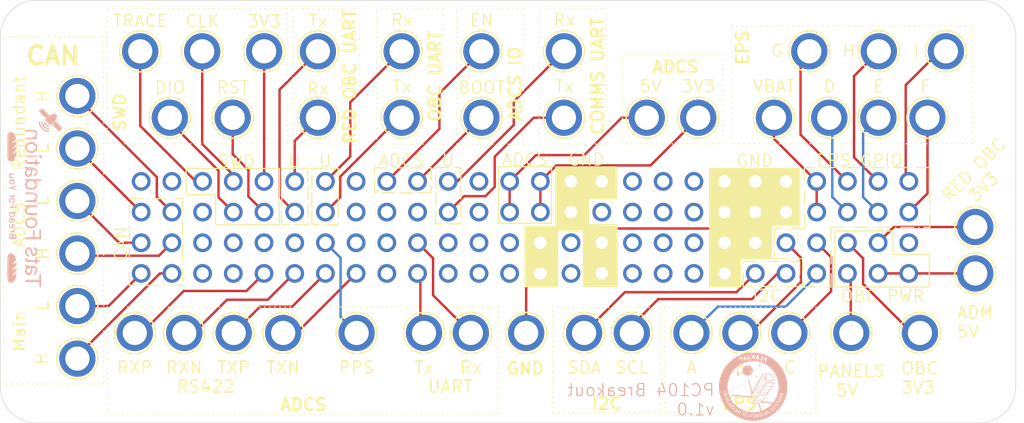
<source format=kicad_pcb>
(kicad_pcb (version 20240108) (generator "pcbnew") (generator_version "8.0")
  (layers (0 "F.Cu" signal) (31 "B.Cu" signal) (34 "B.Paste" user) (35 "F.Paste" user) (36 "B.SilkS" user "B.Silkscreen") (37 "F.SilkS" user "F.Silkscreen") (38 "B.Mask" user) (39 "F.Mask" user) (44 "Edge.Cuts" user))
  (net 0 "")
  (net 1 "/ADCS_UART_TX")
  (net 2 "/ADCS_PPS")
  (net 7 "/ADCS_CAN_L")
  (net 10 "GND")
  (net 12 "/EPS_GPIO_C")
  (net 16 "/CANL_A")
  (net 17 "/ADCS_RS422_RX_P")
  (net 18 "/I2C_SDA")
  (net 20 "/EPS_GPIO_B")
  (net 25 "/I2C_SCL")
  (net 28 "/ADCS_RS422_RX_N")
  (net 29 "/ADCS_RS422_TX_P")
  (net 31 "/OBC_5V_ADM")
  (net 33 "/3V3_RED_OBC")
  (net 34 "/ADCS_UART_RX")
  (net 36 "/3V3_OBC")
  (net 37 "/OBC_5V_PANELS")
  (net 39 "/ADCS_CAN_H")
  (net 41 "/EPS_GPIO_A")
  (net 42 "/CANH_A")
  (net 45 "/ADCS_RS422_TX_N")
  (net 46 "/COMMS_3V3_REF")
  (net 47 "/COMMS_SWCLK")
  (net 49 "/EPS_GPIO_D")
  (net 51 "/OBC_Rx")
  (net 52 "/ADCS_ENABLE")
  (net 53 "/ADCS_5V")
  (net 56 "/EPS_VBAT")
  (net 57 "/OBC_Tx")
  (net 59 "/EPS_GPIO_H")
  (net 60 "/RED_OBC_Tx")
  (net 62 "/EPS_GPIO_E")
  (net 63 "/RED_OBC_Rx")
  (net 64 "/COMMS_RST")
  (net 65 "/CANH_B")
  (net 66 "/COMMS_Tx")
  (net 69 "/ADCS_3V3")
  (net 71 "/EPS_GPIO_F")
  (net 74 "/ADCS_BOOT")
  (net 75 "/COMMS_SWOTRACE")
  (net 78 "/CANL_B")
  (net 79 "/EPS_GPIO_G")
  (net 82 "/COMMS_SWD")
  (net 83 "/COMMS_Rx")
  (net 84 "/EPS_GPIO_I")
  (footprint "TestPoint:TestPoint_Plated_Hole_D2.0mm" (layer "F.Cu") (at 168.625 75.2)
    (property "Reference" "TP36" (hide yes))
    (property "Value" "TestPoint")
  )
  (footprint "TestPoint:TestPoint_Plated_Hole_D2.0mm" (layer "F.Cu") (at 114.25 56.8)
    (property "Reference" "TP23" (hide yes))
    (property "Value" "TestPoint")
  )
  (footprint "TestPoint:TestPoint_Plated_Hole_D2.0mm" (layer "F.Cu") (at 104.675 56.8)
    (property "Reference" "TP2" (hide yes))
    (property "Value" "TestPoint")
  )
  (footprint "TestPoint:TestPoint_Plated_Hole_D2.0mm" (layer "F.Cu") (at 141.45 62.3)
    (property "Reference" "TP9" (hide yes))
    (property "Value" "TestPoint")
  )
  (footprint "TestPoint:TestPoint_Plated_Hole_D2.0mm" (layer "F.Cu") (at 164.675 62.3)
    (property "Reference" "TP15" (hide yes))
    (property "Value" "TestPoint")
  )
  (footprint "TestPoint:TestPoint_Plated_Hole_D2.0mm" (layer "F.Cu") (at 94.35 73.55)
    (property "Reference" "TP29" (hide yes))
    (property "Value" "TestPoint")
  )
  (footprint "TestPoint:TestPoint_Plated_Hole_D2.0mm" (layer "F.Cu") (at 99.1 80.125)
    (property "Reference" "TP45" (hide yes))
    (property "Value" "TestPoint")
  )
  (footprint "TestPoint:TestPoint_Plated_Hole_D2.0mm" (layer "F.Cu") (at 126.9 80.125)
    (property "Reference" "TP31" (hide yes))
    (property "Value" "TestPoint")
  )
  (footprint "TestPoint:TestPoint_Plated_Hole_D2.0mm" (layer "F.Cu") (at 153.25 80.125)
    (property "Reference" "TP33" (hide yes))
    (property "Value" "TestPoint")
  )
  (footprint "TestPoint:TestPoint_Plated_Hole_D2.0mm" (layer "F.Cu") (at 166.2 56.8)
    (property "Reference" "TP14" (hide yes))
    (property "Value" "TestPoint")
  )
  (footprint "TestPoint:TestPoint_Plated_Hole_D2.0mm" (layer "F.Cu") (at 103.191666 80.125)
    (property "Reference" "TP44" (hide yes))
    (property "Value" "TestPoint")
  )
  (footprint "TestPoint:TestPoint_Plated_Hole_D2.0mm" (layer "F.Cu") (at 114.25 62.3)
    (property "Reference" "TP4" (hide yes))
    (property "Value" "TestPoint")
  )
  (footprint "TestPoint:TestPoint_Plated_Hole_D2.0mm" (layer "F.Cu") (at 127.775 56.8)
    (property "Reference" "TP6" (hide yes))
    (property "Value" "TestPoint")
  )
  (footprint "TestPoint:TestPoint_Plated_Hole_D2.0mm" (layer "F.Cu") (at 111.375 80.125)
    (property "Reference" "TP42" (hide yes))
    (property "Value" "TestPoint")
  )
  (footprint "TestPoint:TestPoint_Plated_Hole_D2.0mm" (layer "F.Cu") (at 117.45 80.125)
    (property "Reference" "TP30" (hide yes))
    (property "Value" "TestPoint")
  )
  (footprint "TestPoint:TestPoint_Plated_Hole_D2.0mm" (layer "F.Cu") (at 94.35 69.2)
    (property "Reference" "TP28" (hide yes))
    (property "Value" "TestPoint")
  )
  (footprint "TestPoint:TestPoint_Plated_Hole_D2.0mm" (layer "F.Cu") (at 160.6125 62.3)
    (property "Reference" "TP16" (hide yes))
    (property "Value" "TestPoint")
  )
  (footprint "TestPoint:TestPoint_Plated_Hole_D2.0mm" (layer "F.Cu") (at 145.7125 62.3)
    (property "Reference" "TP10" (hide yes))
    (property "Value" "TestPoint")
  )
  (footprint "TestPoint:TestPoint_Plated_Hole_D2.0mm" (layer "F.Cu") (at 94.35 77.9)
    (property "Reference" "TP47" (hide yes))
    (property "Value" "TestPoint")
  )
  (footprint "TestPoint:TestPoint_Plated_Hole_D2.0mm" (layer "F.Cu") (at 94.35 60.5)
    (property "Reference" "TP26" (hide yes))
    (property "Value" "TestPoint")
  )
  (footprint "TestPoint:TestPoint_Plated_Hole_D2.0mm" (layer "F.Cu") (at 140.218452 80.125)
    (property "Reference" "TP39" (hide yes))
    (property "Value" "TestPoint")
  )
  (footprint "TestPoint:TestPoint_Plated_Hole_D2.0mm" (layer "F.Cu") (at 109.8 56.8)
    (property "Reference" "TP3" (hide yes))
    (property "Value" "TestPoint")
  )
  (footprint "TestPoint:TestPoint_Plated_Hole_D2.0mm" (layer "F.Cu") (at 145.15 80.125)
    (property "Reference" "TP38" (hide yes))
    (property "Value" "TestPoint")
  )
  (footprint "TestPoint:TestPoint_Plated_Hole_D2.0mm" (layer "F.Cu") (at 127.775 62.3)
    (property "Reference" "TP7" (hide yes))
    (property "Value" "TestPoint")
  )
  (footprint "TestPoint:TestPoint_Plated_Hole_D2.0mm" (layer "F.Cu") (at 134.6 62.3)
    (property "Reference" "TP21" (hide yes))
    (property "Value" "TestPoint")
  )
  (footprint "TestPoint:TestPoint_Plated_Hole_D2.0mm" (layer "F.Cu") (at 136.268452 80.125)
    (property "Reference" "TP40" (hide yes))
    (property "Value" "TestPoint")
  )
  (footprint "TestPoint:TestPoint_Plated_Hole_D2.0mm" (layer "F.Cu") (at 134.6 56.8)
    (property "Reference" "TP8" (hide yes))
    (property "Value" "TestPoint")
  )
  (footprint "TestPoint:TestPoint_Plated_Hole_D2.0mm" (layer "F.Cu") (at 164.05 80.125)
    (property "Reference" "TP34" (hide yes))
    (property "Value" "TestPoint")
  )
  (footprint "SamacSys_Parts:SSQ-126-XX-YYY-D" (layer "F.Cu") (at 99.63 67.575 180)
    (property "Reference" "J2" (hide yes))
    (property "Value" "SSQ-126-03-G-D" (hide yes))
  )
  (footprint "TestPoint:TestPoint_Plated_Hole_D2.0mm" (layer "F.Cu") (at 151.975 62.3)
    (property "Reference" "TP18" (hide yes))
    (property "Value" "TestPoint")
  )
  (footprint "TestPoint:TestPoint_Plated_Hole_D2.0mm" (layer "F.Cu") (at 94.35 82.25)
    (property "Reference" "TP46" (hide yes))
    (property "Value" "TestPoint")
  )
  (footprint "TestPoint:TestPoint_Plated_Hole_D2.0mm" (layer "F.Cu") (at 107.283332 80.125)
    (property "Reference" "TP43" (hide yes))
    (property "Value" "TestPoint")
  )
  (footprint "TestPoint:TestPoint_Plated_Hole_D2.0mm" (layer "F.Cu") (at 121.175 62.3)
    (property "Reference" "TP22" (hide yes))
    (property "Value" "TestPoint")
  )
  (footprint "TestPoint:TestPoint_Plated_Hole_D2.0mm" (layer "F.Cu") (at 102 62.3)
    (property "Reference" "TP25" (hide yes))
    (property "Value" "TestPoint")
  )
  (footprint "TestPoint:TestPoint_Plated_Hole_D2.0mm" (layer "F.Cu") (at 107.2 62.3)
    (property "Reference" "TP24" (hide yes))
    (property "Value" "TestPoint")
  )
  (footprint "TestPoint:TestPoint_Plated_Hole_D2.0mm" (layer "F.Cu") (at 158.375 80.125)
    (property "Reference" "TP37" (hide yes))
    (property "Value" "TestPoint")
  )
  (footprint "TestPoint:TestPoint_Plated_Hole_D2.0mm" (layer "F.Cu") (at 94.35 64.85)
    (property "Reference" "TP27" (hide yes))
    (property "Value" "TestPoint" (hide yes))
  )
  (footprint "TestPoint:TestPoint_Plated_Hole_D2.0mm" (layer "F.Cu") (at 123.025 80.125)
    (property "Reference" "TP41" (hide yes))
    (property "Value" "TestPoint")
  )
  (footprint "TestPoint:TestPoint_Plated_Hole_D2.0mm" (layer "F.Cu") (at 156.55 62.3)
    (property "Reference" "TP17" (hide yes))
    (property "Value" "TestPoint")
  )
  (footprint "TestPoint:TestPoint_Plated_Hole_D2.0mm" (layer "F.Cu") (at 99.55 56.8)
    (property "Reference" "TP1" (hide yes))
    (property "Value" "TestPoint")
  )
  (footprint "TestPoint:TestPoint_Plated_Hole_D2.0mm" (layer "F.Cu") (at 121.175 56.8)
    (property "Reference" "TP5" (hide yes))
    (property "Value" "TestPoint")
  )
  (footprint "TestPoint:TestPoint_Plated_Hole_D2.0mm" (layer "F.Cu") (at 168.625 71.35)
    (property "Reference" "TP35" (hide yes))
    (property "Value" "TestPoint" (hide yes))
  )
  (footprint "TestPoint:TestPoint_Plated_Hole_D2.0mm" (layer "F.Cu") (at 131.475 80.125)
    (property "Reference" "TP11" (hide yes))
    (property "Value" "TestPoint")
  )
  (footprint "SamacSys_Parts:SSQ-126-XX-YYY-D" (layer "F.Cu") (at 99.63 72.655 180)
    (property "Reference" "J1" (hide yes))
    (property "Value" "SSQ-126-03-G-D" (hide yes))
  )
  (footprint "TestPoint:TestPoint_Plated_Hole_D2.0mm" (layer "F.Cu") (at 154.9 56.8)
    (property "Reference" "TP12" (hide yes))
    (property "Value" "TestPoint")
  )
  (footprint "TestPoint:TestPoint_Plated_Hole_D2.0mm" (layer "F.Cu") (at 160.65 56.8)
    (property "Reference" "TP13" (hide yes))
    (property "Value" "TestPoint")
  )
  (footprint "TestPoint:TestPoint_Plated_Hole_D2.0mm" (layer "F.Cu") (at 149.2 80.125)
    (property "Reference" "TP32" (hide yes))
    (property "Value" "TestPoint")
  )
  (footprint "LOGO" (layer "B.Cu") (at 150.214333 84.565388 180)
    (property "Reference" "G***" (hide yes))
    (property "Value" "LOGO" (hide yes))
  )
  (footprint "LOGO" (layer "B.Cu") (at 90.877139 69.067625 90)
    (property "Reference" "G***" (hide yes))
    (property "Value" "LOGO" (hide yes))
  )
  (gr_rect (start 124 66.4125) (end 126.075 71.0875) (stroke (width 0.1) (type dash)) (fill none) (layer "F.SilkS"))
  (gr_rect (start 125.75 53.3125) (end 131.25 64.4875) (stroke (width 0.1) (type dot)) (fill none) (layer "F.SilkS"))
  (gr_line (start 103.35 68.675) (end 105.775 68.675) (stroke (width 0.1)) (layer "F.SilkS"))
  (gr_rect (start 96.825 77.9625) (end 129.15 86.8625) (stroke (width 0.1) (type dot)) (fill none) (layer "F.SilkS"))
  (gr_rect (start 148.475 54.7) (end 168.4 64.45) (stroke (width 0.1) (type dot)) (fill none) (layer "F.SilkS"))
  (gr_line (start 111.05 66.5) (end 111.05 69.15) (stroke (width 0.1)) (layer "F.SilkS"))
  (gr_rect (start 88.25 55.6) (end 96.525 84.35) (stroke (width 0.1) (type dot)) (fill none) (layer "F.SilkS"))
  (gr_poly (pts (xy 157 71.675) (xy 161.825 71.675) (xy 161.825 73.625) (xy 164.825 73.625) (xy 164.825 76.325) (xy 157 76.325)) (stroke (width 0.1)) (fill none) (layer "F.SilkS"))
  (gr_rect (start 98.65 69) (end 103.05 76.175) (stroke (width 0.1) (type dash_dot)) (fill none) (layer "F.SilkS"))
  (gr_rect (start 142.9 78) (end 155.45 86.725) (stroke (width 0.1) (type dot)) (fill none) (layer "F.SilkS"))
  (gr_line (start 103.35 66.5) (end 108.425 66.5) (stroke (width 0.1)) (layer "F.SilkS"))
  (gr_rect (start 113.75 66.4875) (end 115.925 71.1625) (stroke (width 0.1) (type dash)) (fill none) (layer "F.SilkS"))
  (gr_rect (start 96.825 53.275) (end 111.725 64.45) (stroke (width 0.1) (type dot)) (fill none) (layer "F.SilkS"))
  (gr_line (start 111.05 66.5) (end 108.425 66.5) (stroke (width 0.1)) (layer "F.SilkS"))
  (gr_poly (pts (xy 146.65 76.3) (xy 149.225 76.3) (xy 149.225 73.95) (xy 151.775 73.95) (xy 151.775 71.25) (xy 154.1 71.25) (xy 154.1 66.5) (xy 146.65 66.5)) (stroke (width 0.1)) (fill solid) (layer "F.SilkS"))
  (gr_line (start 105.775 68.675) (end 105.775 71.175) (stroke (width 0.1)) (layer "F.SilkS"))
  (gr_poly (pts (xy 152.025 71.5) (xy 152.025 73.975) (xy 154.35 73.975) (xy 154.35 76.325) (xy 156.7 76.325) (xy 156.7 71.375) (xy 164.875 71.375) (xy 164.875 66.425) (xy 154.5 66.425) (xy 154.5 71.5)) (stroke (width 0.1) (type dash_dot)) (fill solid) (layer "F.SilkS"))
  (gr_rect (start 118.9375 66.45) (end 123.6125 68.525) (stroke (width 0.1) (type dash)) (fill none) (layer "F.SilkS"))
  (gr_poly (pts (xy 131.375 71.275) (xy 131.375 76.3) (xy 134.075 76.325) (xy 134.075 71.65) (xy 136.225 71.675) (xy 136.2 76.275) (xy 139.025 76.275) (xy 139 71.175) (xy 136.625 71.15) (xy 136.65 69) (xy 138.95 69) (xy 138.925 66.375) (xy 133.925 66.375) (xy 133.925 71.275)) (stroke (width 0.1)) (fill solid) (layer "F.SilkS"))
  (gr_rect (start 112.2 53.2875) (end 117.7 64.4625) (stroke (width 0.1) (type dot)) (fill none) (layer "F.SilkS"))
  (gr_rect (start 132.575 53.3) (end 138.075 64.475) (stroke (width 0.1) (type dot)) (fill none) (layer "F.SilkS"))
  (gr_rect (start 119.125 53.3125) (end 124.625 64.4875) (stroke (width 0.1) (type dot)) (fill none) (layer "F.SilkS"))
  (gr_rect (start 129.175 66.3625) (end 133.575 71.0375) (stroke (width 0.1)) (fill none) (layer "F.SilkS"))
  (gr_line (start 105.775 71.175) (end 111.05 71.175) (stroke (width 0.1)) (layer "F.SilkS"))
  (gr_rect (start 133.668452 78.025) (end 142.568452 86.725) (stroke (width 0.1) (type dot)) (fill none) (layer "F.SilkS"))
  (gr_rect (start 111.25 66.4875) (end 113.425 71.1625) (stroke (width 0.1) (type dash)) (fill none) (layer "F.SilkS"))
  (gr_line (start 103.35 66.5) (end 103.35 68.675) (stroke (width 0.1)) (layer "F.SilkS"))
  (gr_line (start 111.05 71.175) (end 111.05 69.15) (stroke (width 0.1)) (layer "F.SilkS"))
  (gr_rect (start 149.425 74.2) (end 154.1 76.275) (stroke (width 0.1) (type dash_dot)) (fill none) (layer "F.SilkS"))
  (gr_rect (start 139.425 57.0625) (end 147.775 64.4625) (stroke (width 0.1) (type dot)) (fill none) (layer "F.SilkS"))
  (gr_line (start 168.975 87.575) (end 90.975 87.575) (stroke (width 0.05)) (layer "Edge.Cuts"))
  (gr_arc (start 90.975 87.575) (mid 88.85368 86.69632) (end 87.975 84.575) (stroke (width 0.05)) (layer "Edge.Cuts"))
  (gr_arc (start 171.975 84.575) (mid 171.09632 86.69632) (end 168.975 87.575) (stroke (width 0.05)) (layer "Edge.Cuts"))
  (gr_line (start 87.975 84.575) (end 87.975 55.575) (stroke (width 0.05)) (layer "Edge.Cuts"))
  (gr_line (start 90.975 52.575) (end 168.975 52.575) (stroke (width 0.05)) (layer "Edge.Cuts"))
  (gr_line (start 171.975 55.575) (end 171.975 84.575) (stroke (width 0.05)) (layer "Edge.Cuts"))
  (gr_arc (start 168.975 52.575) (mid 171.09632 53.45368) (end 171.975 55.575) (stroke (width 0.05)) (layer "Edge.Cuts"))
  (gr_arc (start 87.975 55.575) (mid 88.85368 53.45368) (end 90.975 52.575) (stroke (width 0.05)) (layer "Edge.Cuts"))
  (gr_text "PC104 Breakout \nv1.0" (at 147.125 87.05 0) (layer "B.SilkS") (effects (font (size 1 1) (thickness 0.1)) (justify left bottom mirror)))
  (gr_text "ADCS\n" (at 90.1 73.15 90) (layer "F.SilkS") (effects (font (size 1 1) (thickness 0.125)) (justify left bottom)))
  (gr_text "SDA" (at 134.77619 83.575 0) (layer "F.SilkS") (effects (font (size 1 1) (thickness 0.125)) (justify left bottom)))
  (gr_text "L" (at 92.05 69.692262 90) (layer "F.SilkS") (effects (font (size 1 1) (thickness 0.125)) (justify left bottom)))
  (gr_text "ADCS IO" (at 131.15 62.675 90) (layer "F.SilkS") (effects (font (size 1 1) (thickness 0.2) (bold yes)) (justify left bottom)))
  (gr_text "Tx" (at 113.414286 54.875 0) (layer "F.SilkS") (effects (font (size 1 1) (thickness 0.1)) (justify left bottom)))
  (gr_text "U" (at 111.7 66.4875 0) (layer "F.SilkS") (effects (font (size 1 1) (thickness 0.1)) (justify left bottom)))
  (gr_text "G" (at 151.675 57.3395 0) (layer "F.SilkS") (effects (font (size 1 1) (thickness 0.1)) (justify left bottom)))
  (gr_text "PANELS\n  5V" (at 155.501786 85.475 0) (layer "F.SilkS") (effects (font (size 1 1) (thickness 0.125)) (justify left bottom)))
  (gr_text "VBAT" (at 150.186905 60.2875 0) (layer "F.SilkS") (effects (font (size 1 1) (thickness 0.1)) (justify left bottom)))
  (gr_text "F" (at 164 60.2875 0) (layer "F.SilkS") (effects (font (size 1 1) (thickness 0.1)) (justify left bottom)))
  (gr_text "CLK" (at 103.220238 54.9 0) (layer "F.SilkS") (effects (font (size 1 1) (thickness 0.1)) (justify left bottom)))
  (gr_text "C" (at 152.7 83.543875 0) (layer "F.SilkS") (effects (font (size 1 1) (thickness 0.1)) (justify left bottom)))
  (gr_text "GND" (at 134.85 66.35 0) (layer "F.SilkS") (effects (font (size 1 1) (thickness 0.1)) (justify left bottom)))
  (gr_text "L" (at 92.05 65.342262 90) (layer "F.SilkS") (effects (font (size 1 1) (thickness 0.125)) (justify left bottom)))
  (gr_text "Rx" (at 133.670238 54.7875 0) (layer "F.SilkS") (effects (font (size 1 1) (thickness 0.1)) (justify left bottom)))
  (gr_text "PPS" (at 115.88631 83.575 0) (layer "F.SilkS") (effects (font (size 1 1) (thickness 0.125)) (justify left bottom)))
  (gr_text "B" (at 148.65 83.543875 0) (layer "F.SilkS") (effects (font (size 1 1) (thickness 0.1)) (justify left bottom)))
  (gr_text "H" (at 92.05 74.16131 90) (layer "F.SilkS") (effects (font (size 1 1) (thickness 0.125)) (justify left bottom)))
  (gr_text "Tx" (at 120.339286 60.3 0) (layer "F.SilkS") (effects (font (size 1 1) (thickness 0.1)) (justify left bottom)))
  (gr_text "ADCS" (at 119.2 66.425 0) (layer "F.SilkS") (effects (font (size 1 1) (thickness 0.1)) (justify left bottom)))
  (gr_text "Main" (at 90.125 81.775 90) (layer "F.SilkS") (effects (font (size 1 1) (thickness 0.125)) (justify left bottom)))
  (gr_text "I2C" (at 136.818452 86.55 0) (layer "F.SilkS") (effects (font (size 1 1) (thickness 0.2) (bold yes)) (justify left bottom)))
  (gr_text "CAN" (at 89.95 58.05 0) (layer "F.SilkS") (effects (font (size 1.5 1.5) (thickness 0.3) (bold yes)) (justify left bottom)))
  (gr_text "E" (at 160.110119 60.2875 0) (layer "F.SilkS") (effects (font (size 1 1) (thickness 0.1)) (justify left bottom)))
  (gr_text "SWD" (at 98.45 63.525 90) (layer "F.SilkS") (effects (font (size 1 1) (thickness 0.2) (bold yes)) (justify left bottom)))
  (gr_text "SCL" (at 138.75 83.575 0) (layer "F.SilkS") (effects (font (size 1 1) (thickness 0.125)) (justify left bottom)))
  (gr_text "DIO" (at 100.688096 60.375 0) (layer "F.SilkS") (effects (font (size 1 1) (thickness 0.1)) (justify left bottom)))
  (gr_text "RXN" (at 101.604166 83.575 0) (layer "F.SilkS") (effects (font (size 1 1) (thickness 0.125)) (justify left bottom)))
  (gr_text "H" (at 157.575 57.3395 0) (layer "F.SilkS") (effects (font (size 1 1) (thickness 0.1)) (justify left bottom)))
  (gr_text "EPS" (at 149.975 58.05 90) (layer "F.SilkS") (effects (font (size 1 1) (thickness 0.2) (bold yes)) (justify left bottom)))
  (gr_text "BOOT" (at 125.796429 60.375 0) (layer "F.SilkS") (effects (font (size 1 1) (thickness 0.1)) (justify left bottom)))
  (gr_text "Redundant" (at 90.1 66.75 90) (layer "F.SilkS") (effects (font (size 1 1) (thickness 0.125)) (justify left bottom)))
  (gr_text "Rx" (at 120.220238 54.8 0) (layer "F.SilkS") (effects (font (size 1 1) (thickness 0.1)) (justify left bottom)))
  (gr_text "L" (at 92.05 78.405952 90) (layer "F.SilkS") (effects (font (size 1 1) (thickness 0.125)) (justify left bottom)))
  (gr_text "D" (at 156 60.2875 0) (layer "F.SilkS") (effects (font (size 1 1) (thickness 0.1)) (justify left bottom)))
  (gr_text "EPS" (at 147.571429 86.55 0) (layer "F.SilkS") (effects (font (size 1 1) (thickness 0.2) (bold yes)) (justify left bottom)))
  (gr_text "Tx" (at 122.151786 83.575 0) (layer "F.SilkS") (effects (font (size 1 1) (thickness 0.125)) (justify left bottom)))
  (gr_text "ADCS" (at 141.8 58.675 0) (layer "F.SilkS") (effects (font (size 1 1) (thickness 0.2) (bold yes)) (justify left bottom)))
  (gr_text "UART" (at 123.275 85.15 0) (layer "F.SilkS") (effects (font (size 1 1) (thickness 0.125)) (justify left bottom)))
  (gr_text "CAN" (at 98.55 74.275 90) (layer "F.SilkS") (effects (font (size 1 1) (thickness 0.1)) (justify left bottom)))
  (gr_text "5V" (at 140.8 60.2875 0) (layer "F.SilkS") (effects (font (size 1 1) (thickness 0.1)) (justify left bottom)))
  (gr_text "3V3" (at 108.369048 54.9 0) (layer "F.SilkS") (effects (font (size 1 1) (thickness 0.1)) (justify left bottom)))
  (gr_text "I" (at 163.45 57.35 0) (layer "F.SilkS") (effects (font (size 1 1) (thickness 0.1)) (justify left bottom)))
  (gr_text "TRACE" (at 97.238095 54.85 0) (layer "F.SilkS") (effects (font (size 1 1) (thickness 0.1)) (justify left bottom)))
  (gr_text "GND" (at 148.8 66.45 0) (layer "F.SilkS") (effects (font (size 1 1) (thickness 0.1)) (justify left bottom)))
  (gr_text "EPS GPIO" (at 155.425 66.425 0) (layer "F.SilkS") (effects (font (size 1 1) (thickness 0.1)) (justify left bottom)))
  (gr_text "ADM\n5V" (at 167.0375 80.625 0) (layer "F.SilkS") (effects (font (size 1 1) (thickness 0.125)) (justify left bottom)))
  (gr_text "TXN" (at 109.906548 83.575 0) (layer "F.SilkS") (effects (font (size 1 1) (thickness 0.125)) (justify left bottom)))
  (gr_text "OBC UART" (at 124.525 62.725 90) (layer "F.SilkS") (effects (font (size 1 1) (thickness 0.2) (bold yes)) (justify left bottom)))
  (gr_text "ADCS" (at 111.025 86.65 0) (layer "F.SilkS") (effects (font (size 1 1) (thickness 0.2) (bold yes)) (justify left bottom)))
  (gr_text "RS422" (at 102.475 85.15 0) (layer "F.SilkS") (effects (font (size 1 1) (thickness 0.125)) (justify left bottom)))
  (gr_text "OBC PWR" (at 157.425 77.65 0) (layer "F.SilkS") (effects (font (size 1 1) (thickness 0.1)) (justify left bottom)))
  (gr_text "GND" (at 129.751191 83.668375 0) (layer "F.SilkS") (effects (font (size 1 1) (thickness 0.2) (bold yes)) (justify left bottom)))
  (gr_text "RED OBC\n  3V3 " (at 167.625 70.575 45) (layer "F.SilkS") (effects (font (size 1 1) (thickness 0.125)) (justify left bottom)))
  (gr_text "SWD" (at 105.8875 66.5 0) (layer "F.SilkS") (effects (font (size 1 1) (thickness 0.1)) (justify left bottom)))
  (gr_text "COMMS UART" (at 137.975 63.825 90) (layer "F.SilkS") (effects (font (size 1 1) (thickness 0.2) (bold yes)) (justify left bottom)))
  (gr_text "TXP" (at 105.838689 83.575 0) (layer "F.SilkS") (effects (font (size 1 1) (thickness 0.125)) (justify left bottom)))
  (gr_text "A" (at 144.671429 83.543875 0) (layer "F.SilkS") (effects (font (size 1 1) (thickness 0.1)) (justify left bottom)))
  (gr_text "H" (at 92.05 61.11131 90) (layer "F.SilkS") (effects (font (size 1 1) (thickness 0.125)) (justify left bottom)))
  (gr_text "U" (at 124.425 66.4 0) (layer "F.SilkS") (effects (font (size 1 1) (thickness 0.1)) (justify left bottom)))
  (gr_text "RXP" (at 97.53631 83.575 0) (layer "F.SilkS") (effects (font (size 1 1) (thickness 0.125)) (justify left bottom)))
  (gr_text "I2C" (at 150.125 77.625 0) (layer "F.SilkS") (effects (font (size 1 1) (thickness 0.1)) (justify left bottom)))
  (gr_text "Rx" (at 125.907738 83.575 0) (layer "F.SilkS") (effects (font (size 1 1) (thickness 0.125)) (justify left bottom)))
  (gr_text "U" (at 114.25 66.4875 0) (layer "F.SilkS") (effects (font (size 1 1) (thickness 0.1)) (justify left bottom)))
  (gr_text "Tx" (at 133.789286 60.2875 0) (layer "F.SilkS") (effects (font (size 1 1) (thickness 0.1)) (justify left bottom)))
  (gr_text "OBC\n3V3" (at 162.438691 85.25 0) (layer "F.SilkS") (effects (font (size 1 1) (thickness 0.125)) (justify left bottom)))
  (gr_text "EN" (at 126.74881 54.825 0) (layer "F.SilkS") (effects (font (size 1 1) (thickness 0.1)) (justify left bottom)))
  (gr_text "Rx" (at 113.295238 60.475 0) (layer "F.SilkS") (effects (font (size 1 1) (thickness 0.1)) (justify left bottom)))
  (gr_text "RED OBC UART" (at 117.475 64.6 90) (layer "F.SilkS") (effects (font (size 1 1) (thickness 0.2) (bold yes)) (justify left bottom)))
  (gr_text "ADCS" (at 129.4 66.35 0) (layer "F.SilkS") (effects (font (size 1 1) (thickness 0.1)) (justify left bottom)))
  (gr_text "RST" (at 105.792857 60.375 0) (layer "F.SilkS") (effects (font (size 1 1) (thickness 0.1)) (justify left bottom)))
  (gr_text "3V3" (at 144.281548 60.2875 0) (layer "F.SilkS") (effects (font (size 1 1) (thickness 0.1)) (justify left bottom)))
  (gr_text "H" (at 92 82.875 90) (layer "F.SilkS") (effects (font (size 1 1) (thickness 0.125)) (justify left bottom)))
  (segment (start 122.725 79.825) (end 123.025 80.125) (width 0.2) (layer "F.Cu") (net 1))
  (segment (start 122.49 75.195) (end 122.725 75.43) (width 0.2) (layer "F.Cu") (net 1))
  (segment (start 122.725 75.43) (end 122.725 79.825) (width 0.2) (layer "F.Cu") (net 1))
  (segment (start 116.125 78.8) (end 117.45 80.125) (width 0.2) (layer "B.Cu") (net 2))
  (segment (start 114.87 72.655) (end 116.125 73.91) (width 0.2) (layer "B.Cu") (net 2))
  (segment (start 116.125 73.91) (end 116.125 78.8) (width 0.2) (layer "B.Cu") (net 2))
  (segment (start 97.805 72.655) (end 99.63 72.655) (width 0.2) (layer "F.Cu") (net 7))
  (segment (start 94.35 69.2) (end 97.805 72.655) (width 0.2) (layer "F.Cu") (net 7))
  (segment (start 152.97 70.115) (end 150.43 70.115) (width 0.2) (layer "F.Cu") (net 10))
  (segment (start 147.89 70.115) (end 147.89 72.655) (width 0.2) (layer "F.Cu") (net 10))
  (segment (start 131.475 80.125) (end 131.475 76.37) (width 0.2) (layer "F.Cu") (net 10))
  (segment (start 135.19 70.115) (end 132.65 72.655) (width 0.2) (layer "F.Cu") (net 10))
  (segment (start 147.89 70.115) (end 147.89 67.575) (width 0.2) (layer "F.Cu") (net 10))
  (segment (start 135.19 67.575) (end 135.19 70.115) (width 0.2) (layer "F.Cu") (net 10))
  (segment (start 150.43 70.115) (end 147.89 70.115) (width 0.2) (layer "F.Cu") (net 10))
  (segment (start 137.73 67.575) (end 135.19 67.575) (width 0.2) (layer "F.Cu") (net 10))
  (segment (start 152.97 67.575) (end 152.97 70.115) (width 0.2) (layer "F.Cu") (net 10))
  (segment (start 146.71 71.475) (end 147.89 72.655) (width 0.2) (layer "F.Cu") (net 10))
  (segment (start 150.23 72.655) (end 150.125 72.55) (width 0.2) (layer "F.Cu") (net 10))
  (segment (start 150.43 67.575) (end 152.97 67.575) (width 0.2) (layer "F.Cu") (net 10))
  (segment (start 137.73 72.655) (end 137.73 75.195) (width 0.2) (layer "F.Cu") (net 10))
  (segment (start 147.89 72.655) (end 150.43 72.655) (width 0.2) (layer "F.Cu") (net 10))
  (segment (start 147.89 72.655) (end 147.89 75.195) (width 0.2) (layer "F.Cu") (net 10))
  (segment (start 147.89 67.575) (end 150.43 67.575) (width 0.2) (layer "F.Cu") (net 10))
  (segment (start 132.65 72.655) (end 132.65 75.195) (width 0.2) (layer "F.Cu") (net 10))
  (segment (start 150.43 70.115) (end 150.43 67.575) (width 0.2) (layer "F.Cu") (net 10))
  (segment (start 150.43 72.655) (end 150.43 70.115) (width 0.2) (layer "F.Cu") (net 10))
  (segment (start 135.19 70.115) (end 137.73 72.655) (width 0.2) (layer "F.Cu") (net 10))
  (segment (start 138.91 71.475) (end 146.71 71.475) (width 0.2) (layer "F.Cu") (net 10))
  (segment (start 150.43 72.655) (end 150.23 72.655) (width 0.2) (layer "F.Cu") (net 10))
  (segment (start 131.475 76.37) (end 132.65 75.195) (width 0.2) (layer "F.Cu") (net 10))
  (segment (start 137.73 72.655) (end 138.91 71.475) (width 0.2) (layer "F.Cu") (net 10))
  (segment (start 155.51 72.655) (end 156.7 73.845) (width 0.2) (layer "F.Cu") (net 12))
  (segment (start 156.7 76.675) (end 153.25 80.125) (width 0.2) (layer "F.Cu") (net 12))
  (segment (start 156.7 73.845) (end 156.7 76.675) (width 0.2) (layer "F.Cu") (net 12))
  (segment (start 96.925 77.9) (end 99.63 75.195) (width 0.2) (layer "F.Cu") (net 16))
  (segment (start 94.35 77.9) (end 96.925 77.9) (width 0.2) (layer "F.Cu") (net 16))
  (segment (start 103.15 76.65) (end 99.675 80.125) (width 0.2) (layer "F.Cu") (net 17))
  (segment (start 99.675 80.125) (end 99.1 80.125) (width 0.2) (layer "F.Cu") (net 17))
  (segment (start 108.335 76.65) (end 103.15 76.65) (width 0.2) (layer "F.Cu") (net 17))
  (segment (start 109.79 75.195) (end 108.335 76.65) (width 0.2) (layer "F.Cu") (net 17))
  (segment (start 150.43 75.195) (end 148.875 76.75) (width 0.2) (layer "F.Cu") (net 18))
  (segment (start 148.875 76.75) (end 139.643452 76.75) (width 0.2) (layer "F.Cu") (net 18))
  (segment (start 139.643452 76.75) (end 136.268452 80.125) (width 0.2) (layer "F.Cu") (net 18))
  (segment (start 152.97 72.655) (end 154.2 73.885) (width 0.2) (layer "F.Cu") (net 20))
  (segment (start 154.2 75.925) (end 150 80.125) (width 0.2) (layer "F.Cu") (net 20))
  (segment (start 150 80.125) (end 149.2 80.125) (width 0.2) (layer "F.Cu") (net 20))
  (segment (start 154.2 73.885) (end 154.2 75.925) (width 0.2) (layer "F.Cu") (net 20))
  (segment (start 152.28 75.195) (end 150.15 77.325) (width 0.2) (layer "F.Cu") (net 25))
  (segment (start 140.218452 79.506548) (end 140.218452 80.125) (width 0.2) (layer "F.Cu") (net 25))
  (segment (start 142.4 77.325) (end 140.218452 79.506548) (width 0.2) (layer "F.Cu") (net 25))
  (segment (start 152.97 75.195) (end 152.28 75.195) (width 0.2) (layer "F.Cu") (net 25))
  (segment (start 150.15 77.325) (end 142.4 77.325) (width 0.2) (layer "F.Cu") (net 25))
  (segment (start 112.28 75.195) (end 110.1 77.375) (width 0.2) (layer "F.Cu") (net 28))
  (segment (start 110.1 77.375) (end 106.725 77.375) (width 0.2) (layer "F.Cu") (net 28))
  (segment (start 112.33 75.195) (end 112.28 75.195) (width 0.2) (layer "F.Cu") (net 28))
  (segment (start 106.725 77.375) (end 103.975 80.125) (width 0.2) (layer "F.Cu") (net 28))
  (segment (start 103.975 80.125) (end 103.191666 80.125) (width 0.2) (layer "F.Cu") (net 28))
  (segment (start 109.458332 77.95) (end 107.283332 80.125) (width 0.2) (layer "F.Cu") (net 29))
  (segment (start 112.115 77.95) (end 109.458332 77.95) (width 0.2) (layer "F.Cu") (net 29))
  (segment (start 114.87 75.195) (end 112.115 77.95) (width 0.2) (layer "F.Cu") (net 29))
  (segment (start 163.13 75.195) (end 168.62 75.195) (width 0.2) (layer "F.Cu") (net 31))
  (segment (start 168.62 75.195) (end 168.625 75.2) (width 0.2) (layer "F.Cu") (net 31))
  (segment (start 160.59 75.195) (end 163.13 75.195) (width 0.2) (layer "F.Cu") (net 31))
  (segment (start 161.895 71.35) (end 168.625 71.35) (width 0.2) (layer "F.Cu") (net 33))
  (segment (start 160.59 72.655) (end 161.895 71.35) (width 0.2) (layer "F.Cu") (net 33))
  (segment (start 122.49 72.655) (end 123.775 73.94) (width 0.2) (layer "F.Cu") (net 34))
  (segment (start 123.775 73.94) (end 123.775 77) (width 0.2) (layer "F.Cu") (net 34))
  (segment (start 123.775 77) (end 126.9 80.125) (width 0.2) (layer "F.Cu") (net 34))
  (segment (start 158.05 72.655) (end 159.35 73.955) (width 0.2) (layer "F.Cu") (net 36))
  (segment (start 159.35 76.075) (end 162.9 79.625) (width 0.2) (layer "F.Cu") (net 36))
  (segment (start 162.9 79.625) (end 162.9 80.075) (width 0.2) (layer "F.Cu") (net 36))
  (segment (start 159.35 73.955) (end 159.35 76.075) (width 0.2) (layer "F.Cu") (net 36))
  (segment (start 158.325 75.47) (end 158.325 79.95) (width 0.2) (layer "F.Cu") (net 37))
  (segment (start 158.325 79.95) (end 158.375 80) (width 0.2) (layer "F.Cu") (net 37))
  (segment (start 158.05 75.195) (end 158.325 75.47) (width 0.2) (layer "F.Cu") (net 37))
  (segment (start 94.35 73.55) (end 94.53 73.73) (width 0.2) (layer "F.Cu") (net 39))
  (segment (start 94.53 73.73) (end 101.095 73.73) (width 0.2) (layer "F.Cu") (net 39))
  (segment (start 101.095 73.73) (end 102.17 72.655) (width 0.2) (layer "F.Cu") (net 39))
  (segment (start 147.325 77.95) (end 145.15 80.125) (width 0.2) (layer "B.Cu") (net 41))
  (segment (start 152.945 77.95) (end 147.325 77.95) (width 0.2) (layer "B.Cu") (net 41))
  (segment (start 155.51 75.195) (end 155.51 75.385) (width 0.2) (layer "B.Cu") (net 41))
  (segment (start 155.51 75.385) (end 152.945 77.95) (width 0.2) (layer "B.Cu") (net 41))
  (segment (start 94.35 82.25) (end 94.35 82.025) (width 0.2) (layer "F.Cu") (net 42))
  (segment (start 101.18 75.195) (end 102.17 75.195) (width 0.2) (layer "F.Cu") (net 42))
  (segment (start 94.35 82.025) (end 101.18 75.195) (width 0.2) (layer "F.Cu") (net 42))
  (segment (start 117.41 75.195) (end 112.48 80.125) (width 0.2) (layer "F.Cu") (net 45))
  (segment (start 112.48 80.125) (end 111.375 80.125) (width 0.2) (layer "F.Cu") (net 45))
  (segment (start 109.8 56.8) (end 109.8 67.565) (width 0.2) (layer "F.Cu") (net 46))
  (segment (start 109.8 67.565) (end 109.79 67.575) (width 0.2) (layer "F.Cu") (net 46))
  (segment (start 104.675 64.475) (end 107.25 67.05) (width 0.2) (layer "F.Cu") (net 47))
  (segment (start 107.25 67.05) (end 107.25 67.575) (width 0.2) (layer "F.Cu") (net 47))
  (segment (start 104.675 56.8) (end 104.675 64.475) (width 0.2) (layer "F.Cu") (net 47))
  (segment (start 156.8 68.865) (end 158.05 70.115) (width 0.2) (layer "B.Cu") (net 49))
  (segment (start 156.55 62.3) (end 156.8 62.55) (width 0.2) (layer "B.Cu") (net 49))
  (segment (start 156.8 62.55) (end 156.8 68.865) (width 0.2) (layer "B.Cu") (net 49))
  (segment (start 116.925 65.52) (end 114.87 67.575) (width 0.2) (layer "F.Cu") (net 51))
  (segment (start 121.15 56.8) (end 116.925 61.025) (width 0.2) (layer "F.Cu") (net 51))
  (segment (start 116.925 61.025) (end 116.925 65.52) (width 0.2) (layer "F.Cu") (net 51))
  (segment (start 121.175 56.8) (end 121.15 56.8) (width 0.2) (layer "F.Cu") (net 51))
  (segment (start 127.775 56.8) (end 124.3 60.275) (width 0.2) (layer "F.Cu") (net 52))
  (segment (start 124.3 63.225) (end 119.95 67.575) (width 0.2) (layer "F.Cu") (net 52))
  (segment (start 124.3 60.275) (end 124.3 63.225) (width 0.2) (layer "F.Cu") (net 52))
  (segment (start 141.45 62.3) (end 139.375 62.3) (width 0.2) (layer "F.Cu") (net 53))
  (segment (start 139.375 62.3) (end 136.275 65.4) (width 0.2) (layer "F.Cu") (net 53))
  (segment (start 132.285 65.4) (end 130.11 67.575) (width 0.2) (layer "F.Cu") (net 53))
  (segment (start 136.275 65.4) (end 132.285 65.4) (width 0.2) (layer "F.Cu") (net 53))
  (segment (start 130.11 67.575) (end 130.11 70.115) (width 0.2) (layer "F.Cu") (net 53))
  (segment (start 155.51 70.115) (end 155.51 67.575) (width 0.2) (layer "F.Cu") (net 56))
  (segment (start 151.975 64.04) (end 151.975 62.3) (width 0.2) (layer "F.Cu") (net 56))
  (segment (start 155.51 67.575) (end 151.975 64.04) (width 0.2) (layer "F.Cu") (net 56))
  (segment (start 116.1 68.885) (end 114.87 70.115) (width 0.2) (layer "F.Cu") (net 57))
  (segment (start 116.1 67.175) (end 116.1 68.885) (width 0.2) (layer "F.Cu") (net 57))
  (segment (start 120.975 62.3) (end 116.1 67.175) (width 0.2) (layer "F.Cu") (net 57))
  (segment (start 121.175 62.3) (end 120.975 62.3) (width 0.2) (layer "F.Cu") (net 57))
  (segment (start 158.6 65.585) (end 160.59 67.575) (width 0.2) (layer "F.Cu") (net 59))
  (segment (start 158.6 58.85) (end 158.6 65.585) (width 0.2) (layer "F.Cu") (net 59))
  (segment (start 160.65 56.8) (end 158.6 58.85) (width 0.2) (layer "F.Cu") (net 59))
  (segment (start 114.25 56.8) (end 111.075 59.975) (width 0.2) (layer "F.Cu") (net 60))
  (segment (start 111.075 68.86) (end 112.33 70.115) (width 0.2) (layer "F.Cu") (net 60))
  (segment (start 111.075 59.975) (end 111.075 68.86) (width 0.2) (layer "F.Cu") (net 60))
  (segment (start 160.6125 62.3) (end 159.35 63.5625) (width 0.2) (layer "B.Cu") (net 62))
  (segment (start 159.35 63.5625) (end 159.35 68.875) (width 0.2) (layer "B.Cu") (net 62))
  (segment (start 159.35 68.875) (end 160.59 70.115) (width 0.2) (layer "B.Cu") (net 62))
  (segment (start 112.33 64.22) (end 112.33 67.575) (width 0.2) (layer "F.Cu") (net 63))
  (segment (start 114.25 62.3) (end 112.33 64.22) (width 0.2) (layer "F.Cu") (net 63))
  (segment (start 108.5 68.825) (end 109.79 70.115) (width 0.2) (layer "F.Cu") (net 64))
  (segment (start 107.2 65.325) (end 108.5 66.625) (width 0.2) (layer "F.Cu") (net 64))
  (segment (start 108.5 66.625) (end 108.5 68.825) (width 0.2) (layer "F.Cu") (net 64))
  (segment (start 107.2 62.3) (end 107.2 65.325) (width 0.2) (layer "F.Cu") (net 64))
  (segment (start 94.35 60.65) (end 100.925 67.225) (width 0.2) (layer "F.Cu") (net 65))
  (segment (start 100.925 68.87) (end 102.17 70.115) (width 0.2) (layer "F.Cu") (net 65))
  (segment (start 94.35 60.5) (end 94.35 60.65) (width 0.2) (layer "F.Cu") (net 65))
  (segment (start 100.925 67.225) (end 100.925 68.87) (width 0.2) (layer "F.Cu") (net 65))
  (segment (start 125.03 70.115) (end 126.345 68.8) (width 0.2) (layer "F.Cu") (net 66))
  (segment (start 126.345 68.8) (end 128.1 68.8) (width 0.2) (layer "F.Cu") (net 66))
  (segment (start 128.875 65.525) (end 132.1 62.3) (width 0.2) (layer "F.Cu") (net 66))
  (segment (start 128.1 68.8) (end 128.875 68.025) (width 0.2) (layer "F.Cu") (net 66))
  (segment (start 128.875 68.025) (end 128.875 65.525) (width 0.2) (layer "F.Cu") (net 66))
  (segment (start 132.1 62.3) (end 134.6 62.3) (width 0.2) (layer "F.Cu") (net 66))
  (segment (start 132.65 67.575) (end 133.975 66.25) (width 0.2) (layer "F.Cu") (net 69))
  (segment (start 132.65 67.575) (end 132.65 70.115) (width 0.2) (layer "F.Cu") (net 69))
  (segment (start 141.7625 66.25) (end 145.7125 62.3) (width 0.2) (layer "F.Cu") (net 69))
  (segment (start 133.975 66.25) (end 141.7625 66.25) (width 0.2) (layer "F.Cu") (net 69))
  (segment (start 164.675 68.57) (end 163.13 70.115) (width 0.2) (layer "F.Cu") (net 71))
  (segment (start 164.675 62.3) (end 164.675 68.57) (width 0.2) (layer "F.Cu") (net 71))
  (segment (start 127.775 62.3) (end 122.5 67.575) (width 0.2) (layer "F.Cu") (net 74))
  (segment (start 122.5 67.575) (end 122.49 67.575) (width 0.2) (layer "F.Cu") (net 74))
  (segment (start 99.55 56.8) (end 99.55 62.975) (width 0.2) (layer "F.Cu") (net 75))
  (segment (start 104.15 67.575) (end 104.71 67.575) (width 0.2) (layer "F.Cu") (net 75))
  (segment (start 99.55 62.975) (end 104.15 67.575) (width 0.2) (layer "F.Cu") (net 75))
  (segment (start 99.615 70.115) (end 99.63 70.115) (width 0.2) (layer "F.Cu") (net 78))
  (segment (start 94.35 64.85) (end 99.615 70.115) (width 0.2) (layer "F.Cu") (net 78))
  (segment (start 154.175 57.525) (end 154.175 63.7) (width 0.2) (layer "F.Cu") (net 79))
  (segment (start 154.175 63.7) (end 158.05 67.575) (width 0.2) (layer "F.Cu") (net 79))
  (segment (start 154.9 56.8) (end 154.175 57.525) (width 0.2) (layer "F.Cu") (net 79))
  (segment (start 102 62.3) (end 102 62.65) (width 0.2) (layer "F.Cu") (net 82))
  (segment (start 106.025 66.675) (end 106.025 68.89) (width 0.2) (layer "F.Cu") (net 82))
  (segment (start 106.025 68.89) (end 107.25 70.115) (width 0.2) (layer "F.Cu") (net 82))
  (segment (start 102 62.65) (end 106.025 66.675) (width 0.2) (layer "F.Cu") (net 82))
  (segment (start 130.45 60.95) (end 130.45 62.9) (width 0.2) (layer "F.Cu") (net 83))
  (segment (start 130.45 62.9) (end 125.775 67.575) (width 0.2) (layer "F.Cu") (net 83))
  (segment (start 134.6 56.8) (end 130.45 60.95) (width 0.2) (layer "F.Cu") (net 83))
  (segment (start 125.775 67.575) (end 125.03 67.575) (width 0.2) (layer "F.Cu") (net 83))
  (segment (start 162.875 59.6) (end 162.875 67.32) (width 0.2) (layer "F.Cu") (net 84))
  (segment (start 166.2 56.8) (end 165.675 56.8) (width 0.2) (layer "F.Cu") (net 84))
  (segment (start 165.675 56.8) (end 162.875 59.6) (width 0.2) (layer "F.Cu") (net 84))
  (segment (start 162.875 67.32) (end 163.13 67.575) (width 0.2) (layer "F.Cu") (net 84))
)
</source>
